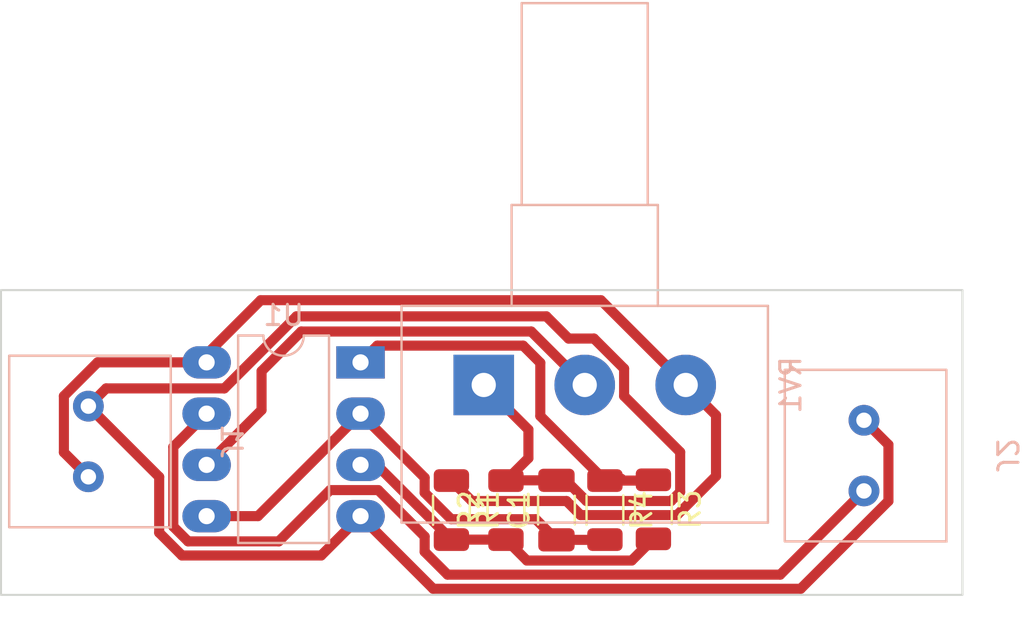
<source format=kicad_pcb>
(kicad_pcb (version 20211014) (generator pcbnew)
  (layers (0 "F.Cu" signal) (31 "B.Cu" signal) (34 "B.Paste" user) (35 "F.Paste" user) (36 "B.SilkS" user "B.Silkscreen") (37 "F.SilkS" user "F.Silkscreen") (38 "B.Mask" user) (39 "F.Mask" user) (44 "Edge.Cuts" user))
  (net 0 "")
  (net 1 "VCC")
  (net 2 "GND")
  (net 3 "Net-(J2-Pad1)")
  (net 4 "Net-(RV1-Pad2)")
  (net 5 "Net-(R1-Pad2)")
  (net 6 "Net-(R3-Pad1)")
  (net 7 "Net-(C1-Pad1)")
  (footprint "Resistor_SMD:R_1206_3216Metric" (layer "F.Cu") (at 128.6 94.5 -90)
    (fp_text reference "R1" (at 0 -1.82 90) (layer "F.SilkS"))
    (fp_text value "47k")
    (fp_line (start -0.727064 0.91) (end 0.727064 0.91) (layer "F.SilkS") (width 0.12))
    (fp_line (start -0.727064 -0.91) (end 0.727064 -0.91) (layer "F.SilkS") (width 0.12))
    (pad "1" smd roundrect (at -1.4625 0 270) (size 1.125 1.75) (layers "F.Cu" "F.Paste" "F.Mask") (roundrect_rratio 0.2222222222) (net 1 "VCC"))
    (pad "2" smd roundrect (at 1.4625 0 270) (size 1.125 1.75) (layers "F.Cu" "F.Paste" "F.Mask") (roundrect_rratio 0.2222222222) (net 5 "Net-(R1-Pad2)"))
  )
  (footprint "Resistor_SMD:R_1206_3216Metric" (layer "F.Cu") (at 131.3 94.5 90)
    (fp_text reference "R2" (at 0 -1.82 90) (layer "F.SilkS"))
    (fp_text value "47k")
    (fp_line (start -0.727064 -0.91) (end 0.727064 -0.91) (layer "F.SilkS") (width 0.12))
    (fp_line (start -0.727064 0.91) (end 0.727064 0.91) (layer "F.SilkS") (width 0.12))
    (pad "1" smd roundrect (at -1.4625 0 90) (size 1.125 1.75) (layers "F.Cu" "F.Paste" "F.Mask") (roundrect_rratio 0.2222222222) (net 5 "Net-(R1-Pad2)"))
    (pad "2" smd roundrect (at 1.4625 0 90) (size 1.125 1.75) (layers "F.Cu" "F.Paste" "F.Mask") (roundrect_rratio 0.2222222222) (net 2 "GND"))
  )
  (footprint "Resistor_SMD:R_1206_3216Metric" (layer "F.Cu") (at 136.2 94.5 -90)
    (fp_text reference "R4" (at 0 -1.82 90) (layer "F.SilkS"))
    (fp_text value "470")
    (fp_line (start -0.727064 -0.91) (end 0.727064 -0.91) (layer "F.SilkS") (width 0.12))
    (fp_line (start -0.727064 0.91) (end 0.727064 0.91) (layer "F.SilkS") (width 0.12))
    (pad "1" smd roundrect (at -1.4625 0 270) (size 1.125 1.75) (layers "F.Cu" "F.Paste" "F.Mask") (roundrect_rratio 0.2222222222) (net 6 "Net-(R3-Pad1)"))
    (pad "2" smd roundrect (at 1.4625 0 270) (size 1.125 1.75) (layers "F.Cu" "F.Paste" "F.Mask") (roundrect_rratio 0.2222222222) (net 7 "Net-(C1-Pad1)"))
  )
  (footprint "Capacitor_SMD:C_1206_3216Metric" (layer "F.Cu") (at 133.8 94.5 90)
    (fp_text reference "C1" (at 0 -1.85 90) (layer "F.SilkS"))
    (fp_text value "100nF")
    (fp_line (start -0.711252 -0.91) (end 0.711252 -0.91) (layer "F.SilkS") (width 0.12))
    (fp_line (start -0.711252 0.91) (end 0.711252 0.91) (layer "F.SilkS") (width 0.12))
    (pad "1" smd roundrect (at -1.475 0 90) (size 1.15 1.8) (layers "F.Cu" "F.Paste" "F.Mask") (roundrect_rratio 0.2173913043) (net 7 "Net-(C1-Pad1)"))
    (pad "2" smd roundrect (at 1.475 0 90) (size 1.15 1.8) (layers "F.Cu" "F.Paste" "F.Mask") (roundrect_rratio 0.2173913043) (net 2 "GND"))
  )
  (footprint "Resistor_SMD:R_1206_3216Metric" (layer "F.Cu") (at 138.6 94.4625 -90)
    (fp_text reference "R3" (at 0 -1.82 90) (layer "F.SilkS"))
    (fp_text value "1k")
    (fp_line (start -0.727064 0.91) (end 0.727064 0.91) (layer "F.SilkS") (width 0.12))
    (fp_line (start -0.727064 -0.91) (end 0.727064 -0.91) (layer "F.SilkS") (width 0.12))
    (pad "1" smd roundrect (at -1.4625 0 270) (size 1.125 1.75) (layers "F.Cu" "F.Paste" "F.Mask") (roundrect_rratio 0.2222222222) (net 6 "Net-(R3-Pad1)"))
    (pad "2" smd roundrect (at 1.4625 0 270) (size 1.125 1.75) (layers "F.Cu" "F.Paste" "F.Mask") (roundrect_rratio 0.2222222222) (net 5 "Net-(R1-Pad2)"))
  )
  (footprint "Package_DIP:DIP-8_W7.62mm_LongPads" (layer "B.Cu") (at 124.1 87.18 180)
    (fp_text reference "U1" (at 3.81 2.33) (layer "B.SilkS") (effects (justify mirror)))
    (fp_text value "LM358")
    (fp_line (start 6.06 -8.95) (end 6.06 1.33) (layer "B.SilkS") (width 0.12))
    (fp_line (start 2.81 1.33) (end 1.56 1.33) (layer "B.SilkS") (width 0.12))
    (fp_line (start 1.56 1.33) (end 1.56 -8.95) (layer "B.SilkS") (width 0.12))
    (fp_line (start 6.06 1.33) (end 4.81 1.33) (layer "B.SilkS") (width 0.12))
    (fp_line (start 1.56 -8.95) (end 6.06 -8.95) (layer "B.SilkS") (width 0.12))
    (fp_arc (start 2.81 1.33) (mid 3.81 0.33) (end 4.81 1.33) (layer "B.SilkS") (width 0.12))
    (pad "1" thru_hole rect (at 0 0 180) (size 2.4 1.6) (drill 0.8) (layers *.Cu *.Mask) (net 6 "Net-(R3-Pad1)"))
    (pad "2" thru_hole oval (at 0 -2.54 180) (size 2.4 1.6) (drill 0.8) (layers *.Cu *.Mask) (net 7 "Net-(C1-Pad1)"))
    (pad "3" thru_hole oval (at 0 -5.08 180) (size 2.4 1.6) (drill 0.8) (layers *.Cu *.Mask) (net 5 "Net-(R1-Pad2)"))
    (pad "4" thru_hole oval (at 0 -7.62 180) (size 2.4 1.6) (drill 0.8) (layers *.Cu *.Mask) (net 2 "GND"))
    (pad "5" thru_hole oval (at 7.62 -7.62 180) (size 2.4 1.6) (drill 0.8) (layers *.Cu *.Mask) (net 7 "Net-(C1-Pad1)"))
    (pad "6" thru_hole oval (at 7.62 -5.08 180) (size 2.4 1.6) (drill 0.8) (layers *.Cu *.Mask) (net 4 "Net-(RV1-Pad2)"))
    (pad "7" thru_hole oval (at 7.62 -2.54 180) (size 2.4 1.6) (drill 0.8) (layers *.Cu *.Mask) (net 3 "Net-(J2-Pad1)"))
    (pad "8" thru_hole oval (at 7.62 0 180) (size 2.4 1.6) (drill 0.8) (layers *.Cu *.Mask) (net 1 "VCC"))
  )
  (footprint "custom:medium_pot" (layer "B.Cu") (at 130.2 88.3 -90)
    (fp_text reference "RV1" (at 0 -15.2 90) (layer "B.SilkS") (effects (justify mirror)))
    (fp_text value "100k")
    (fp_line (start 6.82 -14.07) (end 6.82 4.07) (layer "B.SilkS") (width 0.12))
    (fp_line (start -18.92 -8.12) (end -18.92 -1.88) (layer "B.SilkS") (width 0.12))
    (fp_line (start -3.92 -14.07) (end -3.92 4.07) (layer "B.SilkS") (width 0.12))
    (fp_line (start -3.92 -1.38) (end -8.92 -1.38) (layer "B.SilkS") (width 0.12))
    (fp_line (start -8.92 -8.12) (end -18.92 -8.12) (layer "B.SilkS") (width 0.12))
    (fp_line (start 6.82 -14.07) (end -3.92 -14.07) (layer "B.SilkS") (width 0.12))
    (fp_line (start 6.82 4.07) (end -3.92 4.07) (layer "B.SilkS") (width 0.12))
    (fp_line (start -3.92 -8.62) (end -8.92 -8.62) (layer "B.SilkS") (width 0.12))
    (fp_line (start -8.92 -1.88) (end -18.92 -1.88) (layer "B.SilkS") (width 0.12))
    (fp_line (start -8.92 -8.62) (end -8.92 -1.38) (layer "B.SilkS") (width 0.12))
    (pad "1" thru_hole rect (at 0 0 90) (size 3 3) (drill 1.2) (layers *.Cu *.Mask) (net 2 "GND"))
    (pad "2" thru_hole circle (at 0 -5 90) (size 3 3) (drill 1.2) (layers *.Cu *.Mask) (net 4 "Net-(RV1-Pad2)"))
    (pad "3" thru_hole circle (at 0 -10 90) (size 3 3) (drill 1.2) (layers *.Cu *.Mask) (net 1 "VCC"))
  )
  (footprint "custom:screw_terminal_small_P_3.5" (layer "B.Cu") (at 115.705 91.1 90)
    (fp_text reference "J1" (at 0 2 270 unlocked) (layer "B.SilkS") (effects (justify mirror)))
    (fp_text value "Screw_Terminal_01x02")
    (fp_rect (start -4.25 -1) (end 4.25 -9) (layer "B.SilkS") (width 0.12) (fill none))
    (pad "1" thru_hole circle (at -1.75 -5.08 90) (size 1.524 1.524) (drill 0.762) (layers *.Cu *.Mask) (net 1 "VCC"))
    (pad "2" thru_hole circle (at 1.75 -5.08) (size 1.524 1.524) (drill 0.762) (layers *.Cu *.Mask) (net 2 "GND"))
  )
  (footprint "custom:screw_terminal_small_P_3.5" (layer "B.Cu") (at 154.105 91.8 90)
    (fp_text reference "J2" (at 0 2 270 unlocked) (layer "B.SilkS") (effects (justify mirror)))
    (fp_text value "Screw_Terminal_01x02")
    (fp_rect (start -4.25 -1) (end 4.25 -9) (layer "B.SilkS") (width 0.12) (fill none))
    (pad "1" thru_hole circle (at -1.75 -5.08 90) (size 1.524 1.524) (drill 0.762) (layers *.Cu *.Mask) (net 3 "Net-(J2-Pad1)"))
    (pad "2" thru_hole circle (at 1.75 -5.08) (size 1.524 1.524) (drill 0.762) (layers *.Cu *.Mask) (net 2 "GND"))
  )
  (gr_rect (start 106.3 83.6) (end 153.9 98.7) (layer "Edge.Cuts") (width 0.1) (fill none))
  (segment (start 109.413489 88.848175) (end 111.081664 87.18) (width 0.5) (layer "F.Cu") (net 1))
  (segment (start 111.081664 87.18) (end 116.48 87.18) (width 0.5) (layer "F.Cu") (net 1))
  (segment (start 134.995504 94.749031) (end 139.766998 94.74903) (width 0.5) (layer "F.Cu") (net 1))
  (segment (start 141.7 89.8) (end 140.2 88.3) (width 0.5) (layer "F.Cu") (net 1))
  (segment (start 119.15951 84.10049) (end 136.00049 84.10049) (width 0.5) (layer "F.Cu") (net 1))
  (segment (start 109.413489 91.638489) (end 109.413489 88.848175) (width 0.5) (layer "F.Cu") (net 1))
  (segment (start 116.48 86.78) (end 119.15951 84.10049) (width 0.5) (layer "F.Cu") (net 1))
  (segment (start 116.48 87.18) (end 116.48 86.78) (width 0.5) (layer "F.Cu") (net 1))
  (segment (start 141.7 92.816027) (end 141.7 89.8) (width 0.5) (layer "F.Cu") (net 1))
  (segment (start 129.61202 94.04952) (end 134.295992 94.04952) (width 0.5) (layer "F.Cu") (net 1))
  (segment (start 110.625 92.85) (end 109.413489 91.638489) (width 0.5) (layer "F.Cu") (net 1))
  (segment (start 139.766998 94.74903) (end 141.7 92.816027) (width 0.5) (layer "F.Cu") (net 1))
  (segment (start 128.6 93.0375) (end 129.61202 94.04952) (width 0.5) (layer "F.Cu") (net 1))
  (segment (start 134.295992 94.04952) (end 134.995504 94.749031) (width 0.5) (layer "F.Cu") (net 1))
  (segment (start 136.00049 84.10049) (end 140.2 88.3) (width 0.5) (layer "F.Cu") (net 1))
  (segment (start 122.15097 96.74903) (end 124.1 94.8) (width 0.5) (layer "F.Cu") (net 2))
  (segment (start 117.356608 88.47048) (end 120.927088 84.9) (width 0.5) (layer "F.Cu") (net 2))
  (segment (start 139.47725 94.04952) (end 135.28525 94.04952) (width 0.5) (layer "F.Cu") (net 2))
  (segment (start 120.927088 84.9) (end 133.3 84.9) (width 0.5) (layer "F.Cu") (net 2))
  (segment (start 145.889316 98.39902) (end 150.236511 94.051825) (width 0.5) (layer "F.Cu") (net 2))
  (segment (start 115.259772 96.74903) (end 122.15097 96.74903) (width 0.5) (layer "F.Cu") (net 2))
  (segment (start 139.92452 93.60225) (end 139.47725 94.04952) (width 0.5) (layer "F.Cu") (net 2))
  (segment (start 110.625 89.35) (end 114.13097 92.85597) (width 0.5) (layer "F.Cu") (net 2))
  (segment (start 132.41202 91.92548) (end 131.3 93.0375) (width 0.5) (layer "F.Cu") (net 2))
  (segment (start 134.4 86) (end 135.657026 86) (width 0.5) (layer "F.Cu") (net 2))
  (segment (start 132.41202 90.51202) (end 132.41202 91.92548) (width 0.5) (layer "F.Cu") (net 2))
  (segment (start 133.8 93.025) (end 131.3125 93.025) (width 0.5) (layer "F.Cu") (net 2))
  (segment (start 150.236511 94.051825) (end 150.236511 91.261511) (width 0.5) (layer "F.Cu") (net 2))
  (segment (start 150.236511 91.261511) (end 149.025 90.05) (width 0.5) (layer "F.Cu") (net 2))
  (segment (start 124.1 94.8) (end 127.69902 98.39902) (width 0.5) (layer "F.Cu") (net 2))
  (segment (start 110.625 89.35) (end 111.50452 88.47048) (width 0.5) (layer "F.Cu") (net 2))
  (segment (start 127.69902 98.39902) (end 145.889316 98.39902) (width 0.5) (layer "F.Cu") (net 2))
  (segment (start 135.657026 86) (end 137.149511 87.492485) (width 0.5) (layer "F.Cu") (net 2))
  (segment (start 131.3125 93.025) (end 131.3 93.0375) (width 0.5) (layer "F.Cu") (net 2))
  (segment (start 134.26073 93.025) (end 133.8 93.025) (width 0.5) (layer "F.Cu") (net 2))
  (segment (start 135.28525 94.04952) (end 134.26073 93.025) (width 0.5) (layer "F.Cu") (net 2))
  (segment (start 137.149511 87.492485) (end 137.149511 88.849511) (width 0.5) (layer "F.Cu") (net 2))
  (segment (start 133.3 84.9) (end 134.4 86) (width 0.5) (layer "F.Cu") (net 2))
  (segment (start 114.13097 92.85597) (end 114.13097 95.620228) (width 0.5) (layer "F.Cu") (net 2))
  (segment (start 130.2 88.3) (end 132.41202 90.51202) (width 0.5) (layer "F.Cu") (net 2))
  (segment (start 134.3 93.0375) (end 134.4 92.9375) (width 0.25) (layer "F.Cu") (net 2))
  (segment (start 137.149511 88.849511) (end 139.92452 91.62452) (width 0.5) (layer "F.Cu") (net 2))
  (segment (start 139.92452 91.62452) (end 139.92452 93.60225) (width 0.5) (layer "F.Cu") (net 2))
  (segment (start 114.13097 95.620228) (end 115.259772 96.74903) (width 0.5) (layer "F.Cu") (net 2))
  (segment (start 111.50452 88.47048) (end 117.356608 88.47048) (width 0.5) (layer "F.Cu") (net 2))
  (segment (start 114.83048 91.36952) (end 114.83048 95.317568) (width 0.5) (layer "F.Cu") (net 3))
  (segment (start 120.05048 96.04952) (end 122.59048 93.50952) (width 0.5) (layer "F.Cu") (net 3))
  (segment (start 124.976608 93.50952) (end 127.27548 95.808392) (width 0.5) (layer "F.Cu") (net 3))
  (segment (start 127.27548 95.808392) (end 127.27548 96.56475) (width 0.5) (layer "F.Cu") (net 3))
  (segment (start 115.562432 96.04952) (end 120.05048 96.04952) (width 0.5) (layer "F.Cu") (net 3))
  (segment (start 114.83048 95.317568) (end 115.562432 96.04952) (width 0.5) (layer "F.Cu") (net 3))
  (segment (start 116.48 89.72) (end 114.83048 91.36952) (width 0.5) (layer "F.Cu") (net 3))
  (segment (start 127.27548 96.56475) (end 128.41024 97.69951) (width 0.5) (layer "F.Cu") (net 3))
  (segment (start 144.87549 97.69951) (end 149.025 93.55) (width 0.5) (layer "F.Cu") (net 3))
  (segment (start 122.59048 93.50952) (end 124.976608 93.50952) (width 0.5) (layer "F.Cu") (net 3))
  (segment (start 128.41024 97.69951) (end 144.87549 97.69951) (width 0.5) (layer "F.Cu") (net 3))
  (segment (start 121.165367 85.650979) (end 119.2 87.616346) (width 0.5) (layer "F.Cu") (net 4))
  (segment (start 119.2 87.616346) (end 119.2 89.54) (width 0.5) (layer "F.Cu") (net 4))
  (segment (start 132.550979 85.650979) (end 121.165367 85.650979) (width 0.5) (layer "F.Cu") (net 4))
  (segment (start 119.2 89.54) (end 116.48 92.26) (width 0.5) (layer "F.Cu") (net 4))
  (segment (start 135.2 88.3) (end 132.550979 85.650979) (width 0.5) (layer "F.Cu") (net 4))
  (segment (start 124.1 92.26) (end 124.8975 92.26) (width 0.5) (layer "F.Cu") (net 5))
  (segment (start 124.8975 92.26) (end 128.6 95.9625) (width 0.5) (layer "F.Cu") (net 5))
  (segment (start 138.6 95.925) (end 137.525 97) (width 0.5) (layer "F.Cu") (net 5))
  (segment (start 137.525 97) (end 132.3375 97) (width 0.5) (layer "F.Cu") (net 5))
  (segment (start 132.3375 97) (end 131.3 95.9625) (width 0.5) (layer "F.Cu") (net 5))
  (segment (start 128.6 95.9625) (end 131.3 95.9625) (width 0.5) (layer "F.Cu") (net 5))
  (segment (start 124.929511 86.350489) (end 132.149511 86.350489) (width 0.5) (layer "F.Cu") (net 6))
  (segment (start 136.2 93.0375) (end 138.5625 93.0375) (width 0.5) (layer "F.Cu") (net 6))
  (segment (start 133 87.200978) (end 133 89.8375) (width 0.5) (layer "F.Cu") (net 6))
  (segment (start 138.5625 93.0375) (end 138.6 93) (width 0.5) (layer "F.Cu") (net 6))
  (segment (start 136.9 93.0375) (end 137 92.9375) (width 0.5) (layer "F.Cu") (net 6))
  (segment (start 124.1 87.18) (end 124.929511 86.350489) (width 0.5) (layer "F.Cu") (net 6))
  (segment (start 132.149511 86.350489) (end 133 87.200978) (width 0.5) (layer "F.Cu") (net 6))
  (segment (start 133 89.8375) (end 136.2 93.0375) (width 0.5) (layer "F.Cu") (net 6))
  (segment (start 124.1 89.72) (end 127.27548 92.89548) (width 0.5) (layer "F.Cu") (net 7))
  (segment (start 119.02 94.8) (end 124.1 89.72) (width 0.5) (layer "F.Cu") (net 7))
  (segment (start 116.48 94.8) (end 119.02 94.8) (width 0.5) (layer "F.Cu") (net 7))
  (segment (start 127.27548 93.63975) (end 128.58621 94.95048) (width 0.5) (layer "F.Cu") (net 7))
  (segment (start 132.77548 94.95048) (end 133.8 95.975) (width 0.5) (layer "F.Cu") (net 7))
  (segment (start 128.58621 94.95048) (end 132.77548 94.95048) (width 0.5) (layer "F.Cu") (net 7))
  (segment (start 127.27548 92.89548) (end 127.27548 93.63975) (width 0.5) (layer "F.Cu") (net 7))
  (segment (start 136.1875 95.975) (end 136.2 95.9625) (width 0.5) (layer "F.Cu") (net 7))
  (segment (start 133.8 95.975) (end 136.1875 95.975) (width 0.5) (layer "F.Cu") (net 7))
)
</source>
